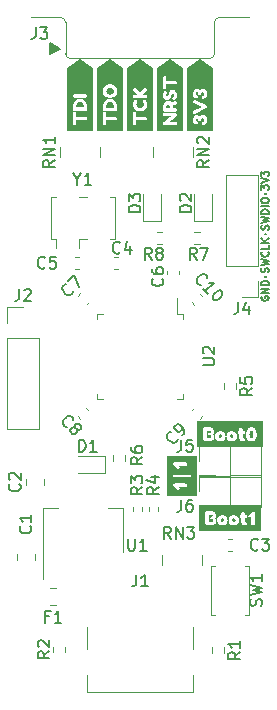
<source format=gto>
%TF.GenerationSoftware,KiCad,Pcbnew,(5.1.12)-1*%
%TF.CreationDate,2021-12-13T16:15:41+08:00*%
%TF.ProjectId,PCB_EK-Link_Lite,5043425f-454b-42d4-9c69-6e6b5f4c6974,rev?*%
%TF.SameCoordinates,Original*%
%TF.FileFunction,Legend,Top*%
%TF.FilePolarity,Positive*%
%FSLAX46Y46*%
G04 Gerber Fmt 4.6, Leading zero omitted, Abs format (unit mm)*
G04 Created by KiCad (PCBNEW (5.1.12)-1) date 2021-12-13 16:15:41*
%MOMM*%
%LPD*%
G01*
G04 APERTURE LIST*
%ADD10C,0.127000*%
%ADD11C,0.120000*%
%ADD12C,0.100000*%
%ADD13C,0.150000*%
G04 APERTURE END LIST*
D10*
X86487000Y-72928238D02*
X86456761Y-72988714D01*
X86456761Y-73079428D01*
X86487000Y-73170142D01*
X86547476Y-73230619D01*
X86607952Y-73260857D01*
X86728904Y-73291095D01*
X86819619Y-73291095D01*
X86940571Y-73260857D01*
X87001047Y-73230619D01*
X87061523Y-73170142D01*
X87091761Y-73079428D01*
X87091761Y-73018952D01*
X87061523Y-72928238D01*
X87031285Y-72898000D01*
X86819619Y-72898000D01*
X86819619Y-73018952D01*
X87091761Y-72625857D02*
X86456761Y-72625857D01*
X87091761Y-72263000D01*
X86456761Y-72263000D01*
X87091761Y-71960619D02*
X86456761Y-71960619D01*
X86456761Y-71809428D01*
X86487000Y-71718714D01*
X86547476Y-71658238D01*
X86607952Y-71628000D01*
X86728904Y-71597761D01*
X86819619Y-71597761D01*
X86940571Y-71628000D01*
X87001047Y-71658238D01*
X87061523Y-71718714D01*
X87091761Y-71809428D01*
X87091761Y-71960619D01*
X86819619Y-71234904D02*
X86849857Y-71265142D01*
X86880095Y-71234904D01*
X86849857Y-71204666D01*
X86819619Y-71234904D01*
X86880095Y-71234904D01*
X87061523Y-70872047D02*
X87091761Y-70781333D01*
X87091761Y-70630142D01*
X87061523Y-70569666D01*
X87031285Y-70539428D01*
X86970809Y-70509190D01*
X86910333Y-70509190D01*
X86849857Y-70539428D01*
X86819619Y-70569666D01*
X86789380Y-70630142D01*
X86759142Y-70751095D01*
X86728904Y-70811571D01*
X86698666Y-70841809D01*
X86638190Y-70872047D01*
X86577714Y-70872047D01*
X86517238Y-70841809D01*
X86487000Y-70811571D01*
X86456761Y-70751095D01*
X86456761Y-70599904D01*
X86487000Y-70509190D01*
X86456761Y-70297523D02*
X87091761Y-70146333D01*
X86638190Y-70025380D01*
X87091761Y-69904428D01*
X86456761Y-69753238D01*
X87031285Y-69148476D02*
X87061523Y-69178714D01*
X87091761Y-69269428D01*
X87091761Y-69329904D01*
X87061523Y-69420619D01*
X87001047Y-69481095D01*
X86940571Y-69511333D01*
X86819619Y-69541571D01*
X86728904Y-69541571D01*
X86607952Y-69511333D01*
X86547476Y-69481095D01*
X86487000Y-69420619D01*
X86456761Y-69329904D01*
X86456761Y-69269428D01*
X86487000Y-69178714D01*
X86517238Y-69148476D01*
X87091761Y-68573952D02*
X87091761Y-68876333D01*
X86456761Y-68876333D01*
X87091761Y-68362285D02*
X86456761Y-68362285D01*
X87091761Y-67999428D02*
X86728904Y-68271571D01*
X86456761Y-67999428D02*
X86819619Y-68362285D01*
X86819619Y-67636571D02*
X86849857Y-67666809D01*
X86880095Y-67636571D01*
X86849857Y-67606333D01*
X86819619Y-67636571D01*
X86880095Y-67636571D01*
X87061523Y-67273714D02*
X87091761Y-67182999D01*
X87091761Y-67031809D01*
X87061523Y-66971333D01*
X87031285Y-66941095D01*
X86970809Y-66910857D01*
X86910333Y-66910857D01*
X86849857Y-66941095D01*
X86819619Y-66971333D01*
X86789380Y-67031809D01*
X86759142Y-67152761D01*
X86728904Y-67213238D01*
X86698666Y-67243476D01*
X86638190Y-67273714D01*
X86577714Y-67273714D01*
X86517238Y-67243476D01*
X86487000Y-67213238D01*
X86456761Y-67152761D01*
X86456761Y-67001571D01*
X86487000Y-66910857D01*
X86456761Y-66699190D02*
X87091761Y-66547999D01*
X86638190Y-66427047D01*
X87091761Y-66306095D01*
X86456761Y-66154904D01*
X87091761Y-65913000D02*
X86456761Y-65913000D01*
X86456761Y-65761809D01*
X86487000Y-65671095D01*
X86547476Y-65610619D01*
X86607952Y-65580380D01*
X86728904Y-65550142D01*
X86819619Y-65550142D01*
X86940571Y-65580380D01*
X87001047Y-65610619D01*
X87061523Y-65671095D01*
X87091761Y-65761809D01*
X87091761Y-65913000D01*
X87091761Y-65278000D02*
X86456761Y-65278000D01*
X86456761Y-64854666D02*
X86456761Y-64733714D01*
X86487000Y-64673238D01*
X86547476Y-64612761D01*
X86668428Y-64582523D01*
X86880095Y-64582523D01*
X87001047Y-64612761D01*
X87061523Y-64673238D01*
X87091761Y-64733714D01*
X87091761Y-64854666D01*
X87061523Y-64915142D01*
X87001047Y-64975619D01*
X86880095Y-65005857D01*
X86668428Y-65005857D01*
X86547476Y-64975619D01*
X86487000Y-64915142D01*
X86456761Y-64854666D01*
X86819619Y-64219666D02*
X86849857Y-64249904D01*
X86880095Y-64219666D01*
X86849857Y-64189428D01*
X86819619Y-64219666D01*
X86880095Y-64219666D01*
X86456761Y-63887047D02*
X86456761Y-63493952D01*
X86698666Y-63705619D01*
X86698666Y-63614904D01*
X86728904Y-63554428D01*
X86759142Y-63524190D01*
X86819619Y-63493952D01*
X86970809Y-63493952D01*
X87031285Y-63524190D01*
X87061523Y-63554428D01*
X87091761Y-63614904D01*
X87091761Y-63796333D01*
X87061523Y-63856809D01*
X87031285Y-63887047D01*
X86456761Y-63312523D02*
X87091761Y-63100857D01*
X86456761Y-62889190D01*
X86456761Y-62738000D02*
X86456761Y-62344904D01*
X86698666Y-62556571D01*
X86698666Y-62465857D01*
X86728904Y-62405380D01*
X86759142Y-62375142D01*
X86819619Y-62344904D01*
X86970809Y-62344904D01*
X87031285Y-62375142D01*
X87061523Y-62405380D01*
X87091761Y-62465857D01*
X87091761Y-62647285D01*
X87061523Y-62707761D01*
X87031285Y-62738000D01*
D11*
%TO.C,F1*%
X68575422Y-97588000D02*
X69092578Y-97588000D01*
X68575422Y-99008000D02*
X69092578Y-99008000D01*
D12*
%TO.C,svg2mod*%
G36*
X70819962Y-56764590D02*
G01*
X70819962Y-56916990D01*
X71420038Y-56916990D01*
X71420038Y-56763003D01*
X71398805Y-56654259D01*
X71335106Y-56556628D01*
X71239261Y-56487572D01*
X71121588Y-56464553D01*
X71003517Y-56486976D01*
X70906481Y-56554247D01*
X70841592Y-56651679D01*
X70819962Y-56764590D01*
G37*
G36*
X70024757Y-58398128D02*
G01*
X70537387Y-58282240D01*
X70537387Y-57399590D01*
X70549294Y-57324978D01*
X70586600Y-57293228D01*
X70580250Y-57180515D01*
X70548103Y-57138447D01*
X70537387Y-57056690D01*
X70538975Y-56763003D01*
X70549343Y-56651382D01*
X70580448Y-56546706D01*
X70632290Y-56448975D01*
X70678675Y-56080378D01*
X70623906Y-56077997D01*
X70581837Y-56062915D01*
X70549691Y-56020847D01*
X70538975Y-55939090D01*
X70553659Y-55850587D01*
X70597712Y-55807328D01*
X70680262Y-55799390D01*
X71562913Y-55799390D01*
X71618475Y-55801772D01*
X71659750Y-55816853D01*
X71691897Y-55858922D01*
X71702613Y-55940678D01*
X71687531Y-56028784D01*
X71642288Y-56070853D01*
X71561325Y-56080378D01*
X70678675Y-56080378D01*
X70632290Y-56448975D01*
X70704869Y-56358190D01*
X70792578Y-56281792D01*
X70889812Y-56227222D01*
X70996572Y-56194479D01*
X71112856Y-56183565D01*
X71229587Y-56194231D01*
X71337686Y-56226229D01*
X71437153Y-56279559D01*
X71527988Y-56354222D01*
X71603691Y-56444064D01*
X71657766Y-56542936D01*
X71690210Y-56650836D01*
X71701025Y-56767765D01*
X71701025Y-57058278D01*
X71691103Y-57136859D01*
X71661338Y-57178928D01*
X71559738Y-57197978D01*
X70677087Y-57197978D01*
X70621525Y-57195597D01*
X70580250Y-57180515D01*
X70586600Y-57293228D01*
X70653275Y-57285290D01*
X70719156Y-57293228D01*
X70753287Y-57320215D01*
X70767575Y-57401178D01*
X70767575Y-57704390D01*
X71566088Y-57704390D01*
X71620062Y-57706772D01*
X71660544Y-57721059D01*
X71693088Y-57763128D01*
X71702613Y-57842503D01*
X71693088Y-57921084D01*
X71660544Y-57962359D01*
X71619269Y-57976647D01*
X71564500Y-57979028D01*
X70767575Y-57979028D01*
X70767575Y-58283828D01*
X70755669Y-58358440D01*
X70718362Y-58390190D01*
X70651687Y-58398128D01*
X70585806Y-58390190D01*
X70551675Y-58363203D01*
X70537387Y-58282240D01*
X70024757Y-58398128D01*
X70024757Y-58910758D01*
X72215243Y-58910758D01*
X72215243Y-58398128D01*
X72215243Y-54092034D01*
X72215243Y-53579404D01*
X71120000Y-52849242D01*
X70024757Y-53579404D01*
X70024757Y-54092034D01*
X70024757Y-58398128D01*
G37*
G36*
X73356787Y-56769882D02*
G01*
X73356787Y-56922282D01*
X73956863Y-56922282D01*
X73956863Y-56768294D01*
X73935630Y-56659551D01*
X73871931Y-56561919D01*
X73776086Y-56492863D01*
X73658412Y-56469844D01*
X73540342Y-56492268D01*
X73443306Y-56559538D01*
X73378417Y-56656971D01*
X73356787Y-56769882D01*
G37*
G36*
X73660000Y-55828494D02*
G01*
X73748283Y-55818352D01*
X73824747Y-55787925D01*
X73889394Y-55737213D01*
X73955473Y-55640574D01*
X73977500Y-55533219D01*
X73956069Y-55426063D01*
X73891775Y-55330019D01*
X73828099Y-55279749D01*
X73751369Y-55249586D01*
X73661588Y-55239532D01*
X73571629Y-55249674D01*
X73494371Y-55280101D01*
X73429812Y-55330813D01*
X73364328Y-55427452D01*
X73342500Y-55534807D01*
X73364527Y-55641963D01*
X73430606Y-55738007D01*
X73495253Y-55788278D01*
X73571717Y-55818440D01*
X73660000Y-55828494D01*
G37*
G36*
X72548882Y-58403419D02*
G01*
X73074212Y-58287532D01*
X73074212Y-57404882D01*
X73086119Y-57330269D01*
X73123425Y-57298519D01*
X73117075Y-57185807D01*
X73084928Y-57143738D01*
X73074212Y-57061982D01*
X73075800Y-56768294D01*
X73086168Y-56656673D01*
X73117273Y-56551998D01*
X73169115Y-56454267D01*
X73241694Y-56363482D01*
X73329403Y-56287084D01*
X73228200Y-55934857D01*
X73158747Y-55849529D01*
X73105962Y-55752294D01*
X73072625Y-55647519D01*
X73061512Y-55539569D01*
X73072129Y-55425964D01*
X73103978Y-55320098D01*
X73157060Y-55221970D01*
X73231375Y-55131582D01*
X73321416Y-55055878D01*
X73421677Y-55001804D01*
X73532157Y-54969359D01*
X73652856Y-54958544D01*
X73774002Y-54968863D01*
X73885822Y-54999819D01*
X73988315Y-55051413D01*
X74081481Y-55123644D01*
X74158921Y-55210957D01*
X74214236Y-55307794D01*
X74247425Y-55414157D01*
X74258488Y-55530044D01*
X74247573Y-55646180D01*
X74214831Y-55753287D01*
X74160261Y-55851364D01*
X74083863Y-55940413D01*
X73992383Y-56014381D01*
X73892569Y-56067215D01*
X73784420Y-56098915D01*
X73667938Y-56109482D01*
X73540342Y-56097576D01*
X73421081Y-56061857D01*
X73315314Y-56006294D01*
X73228200Y-55934857D01*
X73329403Y-56287084D01*
X73426637Y-56232513D01*
X73533397Y-56199771D01*
X73649681Y-56188857D01*
X73766412Y-56199523D01*
X73874511Y-56231521D01*
X73973978Y-56284851D01*
X74064813Y-56359513D01*
X74140516Y-56449356D01*
X74194591Y-56548227D01*
X74227035Y-56656128D01*
X74237850Y-56773057D01*
X74237850Y-57063569D01*
X74227928Y-57142151D01*
X74198163Y-57184219D01*
X74096563Y-57203269D01*
X73213912Y-57203269D01*
X73158350Y-57200888D01*
X73117075Y-57185807D01*
X73123425Y-57298519D01*
X73190100Y-57290582D01*
X73255981Y-57298519D01*
X73290112Y-57325507D01*
X73304400Y-57406469D01*
X73304400Y-57709682D01*
X74102913Y-57709682D01*
X74156888Y-57712063D01*
X74197369Y-57726351D01*
X74229913Y-57768419D01*
X74239438Y-57847794D01*
X74229913Y-57926376D01*
X74197369Y-57967651D01*
X74156094Y-57981938D01*
X74101325Y-57984319D01*
X73304400Y-57984319D01*
X73304400Y-58289119D01*
X73292494Y-58363732D01*
X73255187Y-58395482D01*
X73188512Y-58403419D01*
X73122631Y-58395482D01*
X73088500Y-58368494D01*
X73074212Y-58287532D01*
X72548882Y-58403419D01*
X72548882Y-58916050D01*
X74771118Y-58916050D01*
X74771118Y-58403419D01*
X74771118Y-54097326D01*
X74771118Y-53584695D01*
X73660000Y-52843950D01*
X72548882Y-53584695D01*
X72548882Y-54097326D01*
X72548882Y-58403419D01*
G37*
G36*
X75088089Y-58403684D02*
G01*
X75618181Y-58287797D01*
X75618181Y-57405147D01*
X75630087Y-57330534D01*
X75667394Y-57298784D01*
X75734069Y-57290847D01*
X75799950Y-57298784D01*
X75834081Y-57325772D01*
X75848369Y-57406734D01*
X75848369Y-57709947D01*
X76646881Y-57709947D01*
X76700856Y-57712328D01*
X76741338Y-57726615D01*
X76773881Y-57768684D01*
X76783406Y-57848059D01*
X76773881Y-57926640D01*
X76741338Y-57967915D01*
X76700062Y-57982203D01*
X76645294Y-57984584D01*
X75848369Y-57984584D01*
X75848369Y-58289384D01*
X75836462Y-58363997D01*
X75799156Y-58395747D01*
X75732481Y-58403684D01*
X75666600Y-58395747D01*
X75632469Y-58368759D01*
X75618181Y-58287797D01*
X75088089Y-58403684D01*
X75088089Y-58916314D01*
X77311911Y-58916314D01*
X76660772Y-57008867D01*
X76598463Y-57078122D01*
X76521469Y-57137454D01*
X76425425Y-57185278D01*
X76315292Y-57216829D01*
X76196031Y-57227347D01*
X76077961Y-57217028D01*
X75971400Y-57186072D01*
X75879325Y-57139042D01*
X75804712Y-57080503D01*
X75744189Y-57011645D01*
X75694381Y-56933659D01*
X75646756Y-56829766D01*
X75618181Y-56725520D01*
X75608656Y-56620922D01*
X75614411Y-56545714D01*
X75631675Y-56469315D01*
X75678506Y-56352634D01*
X75700731Y-56314534D01*
X75729306Y-56270084D01*
X75804712Y-56228809D01*
X75892819Y-56262147D01*
X75957112Y-56320884D01*
X75978544Y-56373272D01*
X75943619Y-56454234D01*
X75903137Y-56532022D01*
X75889644Y-56632034D01*
X75907503Y-56734428D01*
X75961081Y-56835234D01*
X76059506Y-56914609D01*
X76127173Y-56938422D01*
X76203175Y-56946359D01*
X76279177Y-56938422D01*
X76346844Y-56914609D01*
X76446856Y-56833647D01*
X76499244Y-56734825D01*
X76516706Y-56632034D01*
X76504006Y-56539165D01*
X76478606Y-56476459D01*
X76457969Y-56447884D01*
X76426219Y-56371684D01*
X76448444Y-56320487D01*
X76642119Y-56125622D01*
X75759469Y-56125622D01*
X75704700Y-56123240D01*
X75662631Y-56108159D01*
X75630484Y-56066090D01*
X75619769Y-55984334D01*
X75634453Y-55895831D01*
X75678506Y-55852572D01*
X75761056Y-55844634D01*
X76064269Y-55844634D01*
X75970606Y-55761576D01*
X75883929Y-55685122D01*
X75804236Y-55615272D01*
X75731529Y-55552026D01*
X75665806Y-55495384D01*
X75600719Y-55398547D01*
X75655487Y-55293772D01*
X75750737Y-55230272D01*
X75846781Y-55277897D01*
X75904923Y-55330284D01*
X75972987Y-55395372D01*
X76050973Y-55473159D01*
X76138881Y-55563647D01*
X76199206Y-55627147D01*
X76308645Y-55514533D01*
X76403597Y-55419581D01*
X76484063Y-55342289D01*
X76550044Y-55282659D01*
X76649263Y-55230272D01*
X76744513Y-55293772D01*
X76799281Y-55397753D01*
X76732606Y-55495384D01*
X76334144Y-55844634D01*
X76643706Y-55844634D01*
X76699269Y-55847015D01*
X76740544Y-55862097D01*
X76772691Y-55904165D01*
X76783406Y-55985922D01*
X76768325Y-56074028D01*
X76723081Y-56116097D01*
X76642119Y-56125622D01*
X76448444Y-56320487D01*
X76515119Y-56265322D01*
X76604019Y-56230397D01*
X76659581Y-56251828D01*
X76699269Y-56301834D01*
X76732606Y-56356603D01*
X76773881Y-56463759D01*
X76792931Y-56543332D01*
X76799281Y-56620128D01*
X76794320Y-56695931D01*
X76779438Y-56772528D01*
X76752847Y-56850712D01*
X76712763Y-56931278D01*
X76660772Y-57008867D01*
X77311911Y-58916314D01*
X77311911Y-58403684D01*
X77311911Y-54097590D01*
X77311911Y-53584960D01*
X76200000Y-52843686D01*
X75088089Y-53584960D01*
X75088089Y-54097590D01*
X75088089Y-58403684D01*
G37*
G36*
X80166501Y-58404213D02*
G01*
X80701356Y-58114494D01*
X80684687Y-58043255D01*
X80679131Y-57964476D01*
X80691478Y-57843473D01*
X80728520Y-57740815D01*
X80790256Y-57656501D01*
X80867426Y-57593883D01*
X80950770Y-57556312D01*
X81040287Y-57543788D01*
X81124337Y-57557547D01*
X81191276Y-57598822D01*
X81241106Y-57667613D01*
X81252219Y-57667613D01*
X81286350Y-57620782D01*
X81337944Y-57570776D01*
X81409381Y-57531485D01*
X81780856Y-56992926D01*
X80891856Y-57431076D01*
X80815656Y-57454888D01*
X80762475Y-57431473D01*
X80714056Y-57361226D01*
X80687069Y-57281057D01*
X80693419Y-57238988D01*
X80715644Y-57212001D01*
X80757712Y-57185807D01*
X80802162Y-57164574D01*
X80889475Y-57124688D01*
X81001592Y-57073690D01*
X81120456Y-57019119D01*
X81239320Y-56964351D01*
X81351438Y-56912757D01*
X81436170Y-56873665D01*
X81472881Y-56856401D01*
X80777556Y-56538901D01*
X80729931Y-56516676D01*
X80687069Y-56446826D01*
X80714056Y-56353163D01*
X80762475Y-56282916D01*
X80815656Y-56259501D01*
X80891856Y-56283313D01*
X80971231Y-56148376D01*
X80863281Y-56111863D01*
X80813275Y-56076938D01*
X80750569Y-56011057D01*
X80701356Y-55906282D01*
X80684687Y-55835043D01*
X80679131Y-55756263D01*
X80691478Y-55635260D01*
X80728520Y-55532602D01*
X80790256Y-55448288D01*
X80867426Y-55385670D01*
X80950770Y-55348099D01*
X81040287Y-55335576D01*
X81124337Y-55349334D01*
X81191276Y-55390609D01*
X81241106Y-55459401D01*
X81252219Y-55459401D01*
X81286350Y-55412569D01*
X81337944Y-55362563D01*
X81409381Y-55323273D01*
X81490344Y-55310176D01*
X81596971Y-55324287D01*
X81690369Y-55366620D01*
X81770538Y-55437176D01*
X81831833Y-55529074D01*
X81868610Y-55635437D01*
X81880869Y-55756263D01*
X81868522Y-55876208D01*
X81831480Y-55982041D01*
X81769744Y-56073763D01*
X81720134Y-56118610D01*
X81657031Y-56157901D01*
X81615756Y-56175363D01*
X81599881Y-56178538D01*
X81514156Y-56196001D01*
X81445100Y-56157107D01*
X81422081Y-56040426D01*
X81437956Y-55956288D01*
X81520506Y-55908663D01*
X81596706Y-55821351D01*
X81606231Y-55754676D01*
X81597698Y-55681651D01*
X81572100Y-55630851D01*
X81495106Y-55591163D01*
X81419700Y-55630057D01*
X81387156Y-55722132D01*
X81383981Y-55794363D01*
X81368106Y-55835638D01*
X81327228Y-55867785D01*
X81245869Y-55878501D01*
X81157366Y-55863816D01*
X81114106Y-55819763D01*
X81106169Y-55737213D01*
X81090691Y-55646726D01*
X81044256Y-55616563D01*
X80980756Y-55648313D01*
X80950594Y-55736419D01*
X80969644Y-55826113D01*
X81007744Y-55867388D01*
X81026794Y-55876913D01*
X81086325Y-55921363D01*
X81106169Y-55981688D01*
X81077594Y-56069001D01*
X81027984Y-56128532D01*
X80971231Y-56148376D01*
X80891856Y-56283313D01*
X81780856Y-56721463D01*
X81837213Y-56774644D01*
X81858644Y-56848463D01*
X81858644Y-56864338D01*
X81837213Y-56939744D01*
X81780856Y-56992926D01*
X81409381Y-57531485D01*
X81490344Y-57518388D01*
X81596971Y-57532499D01*
X81690369Y-57574833D01*
X81770538Y-57645388D01*
X81831833Y-57737287D01*
X81868610Y-57843649D01*
X81880869Y-57964476D01*
X81868522Y-58084420D01*
X81831480Y-58190253D01*
X81769744Y-58281976D01*
X81720134Y-58326823D01*
X81657031Y-58366113D01*
X81615756Y-58383576D01*
X81599881Y-58386751D01*
X81514156Y-58404213D01*
X81445100Y-58365319D01*
X81422081Y-58248638D01*
X81437956Y-58164501D01*
X81520506Y-58116876D01*
X81596706Y-58029563D01*
X81606231Y-57962888D01*
X81597698Y-57889863D01*
X81572100Y-57839063D01*
X81495106Y-57799376D01*
X81419700Y-57838269D01*
X81387156Y-57930344D01*
X81383981Y-58002576D01*
X81368106Y-58043851D01*
X81327228Y-58075998D01*
X81245869Y-58086713D01*
X81157366Y-58072029D01*
X81114106Y-58027976D01*
X81106169Y-57945426D01*
X81090691Y-57854938D01*
X81044256Y-57824776D01*
X80980756Y-57856526D01*
X80950594Y-57944632D01*
X80969644Y-58034326D01*
X81007744Y-58075601D01*
X81026794Y-58085126D01*
X81086325Y-58129576D01*
X81106169Y-58189901D01*
X81077594Y-58277213D01*
X81027984Y-58336744D01*
X80971231Y-58356588D01*
X80863281Y-58320076D01*
X80813275Y-58285151D01*
X80750569Y-58219269D01*
X80701356Y-58114494D01*
X80166501Y-58404213D01*
X80166501Y-58916843D01*
X82393499Y-58916843D01*
X82393499Y-58404213D01*
X82393499Y-54098119D01*
X82393499Y-53585489D01*
X81280000Y-52843157D01*
X80166501Y-53585489D01*
X80166501Y-54098119D01*
X80166501Y-58404213D01*
G37*
G36*
X78721744Y-56979697D02*
G01*
X78721744Y-56776497D01*
X78686819Y-56684422D01*
X78582044Y-56638384D01*
X78476475Y-56684422D01*
X78440756Y-56779672D01*
X78440756Y-56979697D01*
X78721744Y-56979697D01*
G37*
G36*
X77628089Y-58403684D02*
G01*
X78161356Y-57531353D01*
X78169294Y-57458328D01*
X78188344Y-57417053D01*
X78221681Y-57397209D01*
X78302644Y-57387684D01*
X79180531Y-57260684D01*
X78299469Y-57260684D01*
X78244700Y-57258303D01*
X78202631Y-57243222D01*
X78170484Y-57201153D01*
X78159769Y-57119397D01*
X78159769Y-56776497D01*
X78171058Y-56684245D01*
X78204924Y-56593758D01*
X78261369Y-56505034D01*
X78319312Y-56447090D01*
X78394719Y-56400259D01*
X78483619Y-56369303D01*
X78582044Y-56358984D01*
X78694580Y-56372213D01*
X78793005Y-56411901D01*
X78877319Y-56478047D01*
X78942406Y-56450530D01*
X79025485Y-56414547D01*
X79126556Y-56370097D01*
X79159894Y-56241509D01*
X79068613Y-56282784D01*
X79021583Y-56265718D01*
X78961456Y-56214522D01*
X78923356Y-56130384D01*
X78943200Y-56077203D01*
X79002731Y-56006559D01*
X79054325Y-55943059D01*
X79078931Y-55866859D01*
X79065526Y-55784838D01*
X79025309Y-55735626D01*
X78958281Y-55719222D01*
X78897163Y-55759703D01*
X78861444Y-55860509D01*
X78846958Y-55923215D01*
X78825725Y-55990684D01*
X78798936Y-56058153D01*
X78767781Y-56120859D01*
X78724720Y-56176223D01*
X78662212Y-56221665D01*
X78582639Y-56252026D01*
X78488381Y-56262147D01*
X78399217Y-56250593D01*
X78317990Y-56215933D01*
X78244700Y-56158165D01*
X78186933Y-56080466D01*
X78152272Y-55986010D01*
X78140719Y-55874797D01*
X78146870Y-55783714D01*
X78165325Y-55700965D01*
X78215331Y-55592222D01*
X78245494Y-55552534D01*
X78206600Y-55365209D01*
X78172469Y-55338222D01*
X78158181Y-55257259D01*
X78158181Y-54374609D01*
X78170087Y-54299997D01*
X78207394Y-54268247D01*
X78274069Y-54260309D01*
X78339950Y-54268247D01*
X78374081Y-54295234D01*
X78388369Y-54376197D01*
X78388369Y-54679409D01*
X79186881Y-54679409D01*
X79240856Y-54681790D01*
X79281338Y-54696078D01*
X79313881Y-54738147D01*
X79323406Y-54817522D01*
X79313881Y-54896103D01*
X79281338Y-54937378D01*
X79240062Y-54951665D01*
X79185294Y-54954047D01*
X78388369Y-54954047D01*
X78388369Y-55258847D01*
X78376462Y-55333459D01*
X78339156Y-55365209D01*
X78272481Y-55373147D01*
X78206600Y-55365209D01*
X78245494Y-55552534D01*
X78323281Y-55503322D01*
X78410594Y-55541422D01*
X78470125Y-55596190D01*
X78489969Y-55652547D01*
X78458219Y-55735097D01*
X78442344Y-55753353D01*
X78421706Y-55777959D01*
X78401069Y-55862890D01*
X78425675Y-55948615D01*
X78493937Y-55982747D01*
X78564581Y-55942265D01*
X78601094Y-55841459D01*
X78613198Y-55778356D01*
X78630462Y-55709697D01*
X78652489Y-55641037D01*
X78678881Y-55577934D01*
X78717973Y-55522570D01*
X78778100Y-55477128D01*
X78856880Y-55446767D01*
X78951931Y-55436647D01*
X79048967Y-55446965D01*
X79133700Y-55477922D01*
X79203352Y-55525547D01*
X79255144Y-55585872D01*
X79301887Y-55673537D01*
X79329933Y-55765083D01*
X79339281Y-55860509D01*
X79334717Y-55933137D01*
X79321025Y-56001797D01*
X79275781Y-56109747D01*
X79225775Y-56181184D01*
X79177356Y-56227222D01*
X79159894Y-56241509D01*
X79126556Y-56370097D01*
X79209106Y-56346284D01*
X79264669Y-56370890D01*
X79310706Y-56444709D01*
X79332931Y-56526465D01*
X79317850Y-56577265D01*
X79286894Y-56606634D01*
X79241562Y-56627448D01*
X79145783Y-56668723D01*
X78999556Y-56730459D01*
X79002731Y-56779672D01*
X79002731Y-56979697D01*
X79182119Y-56979697D01*
X79236888Y-56982078D01*
X79278956Y-56997159D01*
X79311103Y-57039228D01*
X79321819Y-57120984D01*
X79307134Y-57209090D01*
X79263081Y-57251159D01*
X79180531Y-57260684D01*
X78302644Y-57387684D01*
X79183706Y-57387684D01*
X79239269Y-57390065D01*
X79280544Y-57405147D01*
X79312691Y-57447215D01*
X79323406Y-57528972D01*
X79313881Y-57614697D01*
X79283719Y-57654384D01*
X79134141Y-57766656D01*
X79002908Y-57865345D01*
X78890019Y-57950453D01*
X78795474Y-58021978D01*
X78719274Y-58079922D01*
X78661419Y-58124284D01*
X79183706Y-58124284D01*
X79239269Y-58126665D01*
X79280544Y-58141747D01*
X79312691Y-58183815D01*
X79323406Y-58265572D01*
X79312691Y-58344947D01*
X79280544Y-58386222D01*
X79237681Y-58401303D01*
X79182119Y-58403684D01*
X78296294Y-58403684D01*
X78208187Y-58388603D01*
X78170881Y-58343359D01*
X78161356Y-58265572D01*
X78170087Y-58190165D01*
X78189931Y-58151272D01*
X78231206Y-58114759D01*
X78374478Y-58009278D01*
X78500552Y-57916145D01*
X78609428Y-57835359D01*
X78701106Y-57766920D01*
X78775586Y-57710828D01*
X78832869Y-57667084D01*
X78296294Y-57667084D01*
X78208187Y-57652003D01*
X78170881Y-57606759D01*
X78161356Y-57531353D01*
X77628089Y-58403684D01*
X77628089Y-58916314D01*
X79851911Y-58916314D01*
X79851911Y-58403684D01*
X79851911Y-54097590D01*
X79851911Y-53584960D01*
X78740000Y-52843686D01*
X77628089Y-53584960D01*
X77628089Y-54097590D01*
X77628089Y-58403684D01*
G37*
D11*
%TO.C,Y1*%
X71004000Y-68094000D02*
X71004000Y-68794000D01*
X71744000Y-68094000D02*
X71004000Y-68094000D01*
X68674000Y-64494000D02*
X69064000Y-64494000D01*
X68674000Y-68094000D02*
X68674000Y-64494000D01*
X69064000Y-68094000D02*
X68674000Y-68094000D01*
X69064000Y-68794000D02*
X69064000Y-68094000D01*
X71004000Y-64494000D02*
X71744000Y-64494000D01*
X74074000Y-68094000D02*
X73684000Y-68094000D01*
X74074000Y-64494000D02*
X74074000Y-68094000D01*
X73684000Y-64494000D02*
X74074000Y-64494000D01*
%TO.C,U2*%
X79360000Y-74368000D02*
X79360000Y-73078000D01*
X79810000Y-74368000D02*
X79360000Y-74368000D01*
X79810000Y-74818000D02*
X79810000Y-74368000D01*
X79810000Y-81588000D02*
X79360000Y-81588000D01*
X79810000Y-81138000D02*
X79810000Y-81588000D01*
X72590000Y-74368000D02*
X73040000Y-74368000D01*
X72590000Y-74818000D02*
X72590000Y-74368000D01*
X72590000Y-81588000D02*
X73040000Y-81588000D01*
X72590000Y-81138000D02*
X72590000Y-81588000D01*
%TO.C,U1*%
X67964000Y-96810000D02*
X67964000Y-90800000D01*
X74784000Y-94560000D02*
X74784000Y-90800000D01*
X67964000Y-90800000D02*
X69224000Y-90800000D01*
X74784000Y-90800000D02*
X73524000Y-90800000D01*
%TO.C,SW1*%
X85390000Y-99860000D02*
X85090000Y-99860000D01*
X82250000Y-95720000D02*
X82550000Y-95720000D01*
X85090000Y-95720000D02*
X85390000Y-95720000D01*
X82250000Y-99860000D02*
X82250000Y-95720000D01*
X82550000Y-99860000D02*
X82250000Y-99860000D01*
X85390000Y-95720000D02*
X85390000Y-99860000D01*
%TO.C,RN3*%
X78036000Y-94850000D02*
X78036000Y-95650000D01*
X81476000Y-94850000D02*
X81476000Y-95650000D01*
%TO.C,RN2*%
X80714000Y-61106000D02*
X80714000Y-60306000D01*
X77274000Y-61106000D02*
X77274000Y-60306000D01*
%TO.C,RN1*%
X69400000Y-60306000D02*
X69400000Y-61106000D01*
X72840000Y-60306000D02*
X72840000Y-61106000D01*
%TO.C,R8*%
X77613742Y-68467500D02*
X78088258Y-68467500D01*
X77613742Y-67422500D02*
X78088258Y-67422500D01*
%TO.C,R7*%
X80788742Y-68467500D02*
X81263258Y-68467500D01*
X80788742Y-67422500D02*
X81263258Y-67422500D01*
%TO.C,R6*%
X74944500Y-86851258D02*
X74944500Y-86376742D01*
X73899500Y-86851258D02*
X73899500Y-86376742D01*
%TO.C,R5*%
X83297500Y-80280742D02*
X83297500Y-80755258D01*
X84342500Y-80280742D02*
X84342500Y-80755258D01*
%TO.C,R4*%
X76963000Y-90778359D02*
X76963000Y-91085641D01*
X77723000Y-90778359D02*
X77723000Y-91085641D01*
%TO.C,R3*%
X75566000Y-90778359D02*
X75566000Y-91085641D01*
X76326000Y-90778359D02*
X76326000Y-91085641D01*
%TO.C,R2*%
X68819500Y-102569742D02*
X68819500Y-103044258D01*
X69864500Y-102569742D02*
X69864500Y-103044258D01*
%TO.C,R1*%
X82281500Y-102632742D02*
X82281500Y-103107258D01*
X83326500Y-102632742D02*
X83326500Y-103107258D01*
%TO.C,J6*%
X81220000Y-88078000D02*
X82550000Y-88078000D01*
X81220000Y-89408000D02*
X81220000Y-88078000D01*
X83820000Y-88078000D02*
X86420000Y-88078000D01*
X83820000Y-90678000D02*
X83820000Y-88078000D01*
X81220000Y-90678000D02*
X83820000Y-90678000D01*
X86420000Y-88078000D02*
X86420000Y-90738000D01*
X81220000Y-90678000D02*
X81220000Y-90738000D01*
X81220000Y-90738000D02*
X86420000Y-90738000D01*
%TO.C,J5*%
X81220000Y-85538000D02*
X82550000Y-85538000D01*
X81220000Y-86868000D02*
X81220000Y-85538000D01*
X83820000Y-85538000D02*
X86420000Y-85538000D01*
X83820000Y-88138000D02*
X83820000Y-85538000D01*
X81220000Y-88138000D02*
X83820000Y-88138000D01*
X86420000Y-85538000D02*
X86420000Y-88198000D01*
X81220000Y-88138000D02*
X81220000Y-88198000D01*
X81220000Y-88198000D02*
X86420000Y-88198000D01*
%TO.C,J4*%
X86166000Y-72958000D02*
X84836000Y-72958000D01*
X86166000Y-71628000D02*
X86166000Y-72958000D01*
X86166000Y-70358000D02*
X83506000Y-70358000D01*
X83506000Y-70358000D02*
X83506000Y-62678000D01*
X86166000Y-70358000D02*
X86166000Y-62678000D01*
X86166000Y-62678000D02*
X83506000Y-62678000D01*
%TO.C,J3*%
X82500000Y-52360000D02*
X82500000Y-49710000D01*
X70300000Y-52760000D02*
X82100000Y-52760000D01*
X69900000Y-52360000D02*
X69900000Y-49710000D01*
X69400000Y-49260000D02*
X67000000Y-49260000D01*
X83000000Y-49260000D02*
X85400000Y-49260000D01*
X69900000Y-49760000D02*
G75*
G03*
X69400000Y-49260000I-500000J0D01*
G01*
X69900000Y-52360000D02*
G75*
G03*
X70300000Y-52760000I400000J0D01*
G01*
X82100000Y-52760000D02*
G75*
G03*
X82500000Y-52360000I0J400000D01*
G01*
X83050000Y-49260000D02*
G75*
G03*
X82500000Y-49710000I-50000J-500000D01*
G01*
%TO.C,J2*%
X64964000Y-73854000D02*
X66294000Y-73854000D01*
X64964000Y-75184000D02*
X64964000Y-73854000D01*
X64964000Y-76454000D02*
X67624000Y-76454000D01*
X67624000Y-76454000D02*
X67624000Y-84134000D01*
X64964000Y-76454000D02*
X64964000Y-84134000D01*
X64964000Y-84134000D02*
X67624000Y-84134000D01*
%TO.C,J1*%
X71730000Y-100930000D02*
X71730000Y-102730000D01*
X71730000Y-106440000D02*
X71730000Y-104980000D01*
X80670000Y-106440000D02*
X80670000Y-104980000D01*
X80670000Y-100930000D02*
X80670000Y-102730000D01*
X80670000Y-106440000D02*
X71730000Y-106440000D01*
%TO.C,D3*%
X77951000Y-66509000D02*
X77951000Y-64224000D01*
X76481000Y-66509000D02*
X77951000Y-66509000D01*
X76481000Y-64224000D02*
X76481000Y-66509000D01*
%TO.C,D2*%
X82269000Y-66509000D02*
X82269000Y-64224000D01*
X80799000Y-66509000D02*
X82269000Y-66509000D01*
X80799000Y-64224000D02*
X80799000Y-66509000D01*
%TO.C,D1*%
X73240000Y-86387000D02*
X70955000Y-86387000D01*
X73240000Y-87857000D02*
X73240000Y-86387000D01*
X70955000Y-87857000D02*
X73240000Y-87857000D01*
%TO.C,C10*%
X80565970Y-73426219D02*
X80764781Y-73625030D01*
X81287219Y-72704970D02*
X81486030Y-72903781D01*
%TO.C,C9*%
X80764781Y-82343970D02*
X80565970Y-82542781D01*
X81486030Y-83065219D02*
X81287219Y-83264030D01*
%TO.C,C8*%
X71834030Y-82542781D02*
X71635219Y-82343970D01*
X71112781Y-83264030D02*
X70913970Y-83065219D01*
%TO.C,C7*%
X71675227Y-73572022D02*
X71874038Y-73373211D01*
X70953978Y-72850773D02*
X71152789Y-72651962D01*
%TO.C,C6*%
X79504000Y-71006580D02*
X79504000Y-70725420D01*
X78484000Y-71006580D02*
X78484000Y-70725420D01*
%TO.C,C5*%
X70725420Y-70614000D02*
X71006580Y-70614000D01*
X70725420Y-69594000D02*
X71006580Y-69594000D01*
%TO.C,C4*%
X74027420Y-70614000D02*
X74308580Y-70614000D01*
X74027420Y-69594000D02*
X74308580Y-69594000D01*
%TO.C,C3*%
X83679420Y-94490000D02*
X83960580Y-94490000D01*
X83679420Y-93470000D02*
X83960580Y-93470000D01*
%TO.C,C2*%
X68045000Y-88907252D02*
X68045000Y-88384748D01*
X66575000Y-88907252D02*
X66575000Y-88384748D01*
%TO.C,C1*%
X65813000Y-94734748D02*
X65813000Y-95257252D01*
X67283000Y-94734748D02*
X67283000Y-95257252D01*
D12*
%TO.C,svg2mod*%
G36*
X78445651Y-89314338D02*
G01*
X79061469Y-88992075D01*
X79020194Y-88902381D01*
X79028131Y-88826975D01*
X79046387Y-88785700D01*
X79080519Y-88763475D01*
X79164656Y-88755538D01*
X79094806Y-88226900D01*
X79009081Y-88215391D01*
X78967806Y-88180863D01*
X78958281Y-88118156D01*
X78967806Y-88055450D01*
X79001144Y-88022112D01*
X79096394Y-88009412D01*
X79061469Y-87198200D01*
X79020194Y-87108506D01*
X79028131Y-87033100D01*
X79046387Y-86991825D01*
X79080519Y-86969600D01*
X79164656Y-86961662D01*
X80048894Y-86961662D01*
X80103663Y-86964044D01*
X80145731Y-86979125D01*
X80177878Y-87021194D01*
X80188594Y-87102950D01*
X80178275Y-87182722D01*
X80147319Y-87225187D01*
X80103663Y-87240269D01*
X80045719Y-87242650D01*
X79478981Y-87242650D01*
X79498031Y-87263287D01*
X79547244Y-87374412D01*
X79491681Y-87470456D01*
X79393256Y-87520462D01*
X79299594Y-87463312D01*
X79064644Y-87202962D01*
X79061469Y-87198200D01*
X79096394Y-88009412D01*
X80417194Y-88009412D01*
X80502919Y-88020922D01*
X80544194Y-88055450D01*
X80553719Y-88118156D01*
X80544194Y-88180863D01*
X80510856Y-88214200D01*
X80414019Y-88226900D01*
X79094806Y-88226900D01*
X79164656Y-88755538D01*
X80048894Y-88755538D01*
X80103663Y-88757919D01*
X80145731Y-88773000D01*
X80177878Y-88815069D01*
X80188594Y-88896825D01*
X80178275Y-88976597D01*
X80147319Y-89019063D01*
X80103663Y-89034144D01*
X80045719Y-89036525D01*
X79478981Y-89036525D01*
X79498031Y-89057163D01*
X79547244Y-89168288D01*
X79491681Y-89264331D01*
X79393256Y-89314338D01*
X79299594Y-89257188D01*
X79064644Y-88996838D01*
X79061469Y-88992075D01*
X78445651Y-89314338D01*
X78445651Y-89826968D01*
X81066349Y-89826968D01*
X81066349Y-89314338D01*
X81066349Y-86961662D01*
X81066349Y-86449032D01*
X78445651Y-86449032D01*
X78445651Y-86961662D01*
X78445651Y-89314338D01*
G37*
G36*
X81738787Y-90591614D02*
G01*
X81880075Y-91104244D01*
X82280125Y-91104244D01*
X82372200Y-91115533D01*
X82453692Y-91149399D01*
X82524600Y-91205844D01*
X82581926Y-91279222D01*
X82616322Y-91361772D01*
X82627787Y-91453494D01*
X82612706Y-91553903D01*
X82567462Y-91645581D01*
X82619497Y-91722663D01*
X82650718Y-91805742D01*
X82661125Y-91894819D01*
X82647631Y-91994919D01*
X82611383Y-92083555D01*
X82552381Y-92160725D01*
X82476975Y-92220256D01*
X82391515Y-92255975D01*
X82296000Y-92267881D01*
X81878487Y-92267881D01*
X81790381Y-92252800D01*
X81748312Y-92207556D01*
X81738787Y-92125006D01*
X81738787Y-91243944D01*
X81741169Y-91188381D01*
X81756250Y-91147106D01*
X81798319Y-91114959D01*
X81880075Y-91104244D01*
X81738787Y-90591614D01*
X81226157Y-90591614D01*
X81226157Y-92796386D01*
X82883177Y-92168266D01*
X82807969Y-92079763D01*
X82757367Y-91972408D01*
X82740500Y-91851956D01*
X82755317Y-91732365D01*
X82799767Y-91627590D01*
X82873850Y-91537631D01*
X82966983Y-91468840D01*
X83068583Y-91427565D01*
X83178650Y-91413806D01*
X83288540Y-91427476D01*
X83389611Y-91468487D01*
X83481862Y-91536837D01*
X83555064Y-91626355D01*
X83598985Y-91730865D01*
X83613625Y-91850369D01*
X83596559Y-91974789D01*
X83545362Y-92084525D01*
X83469758Y-92173425D01*
X83379469Y-92235338D01*
X83280052Y-92271652D01*
X83177062Y-92283756D01*
X83073875Y-92270858D01*
X82973862Y-92232163D01*
X82883177Y-92168266D01*
X81226157Y-92796386D01*
X81738787Y-92796386D01*
X83835677Y-92168266D01*
X83760469Y-92079763D01*
X83709867Y-91972408D01*
X83693000Y-91851956D01*
X83707817Y-91732365D01*
X83752267Y-91627590D01*
X83826350Y-91537631D01*
X83919483Y-91468840D01*
X84021083Y-91427565D01*
X84131150Y-91413806D01*
X84241040Y-91427476D01*
X84342111Y-91468487D01*
X84434363Y-91536837D01*
X84507564Y-91626355D01*
X84551485Y-91730865D01*
X84566125Y-91850369D01*
X84549059Y-91974789D01*
X84497863Y-92084525D01*
X84422258Y-92173425D01*
X84331969Y-92235338D01*
X84232552Y-92271652D01*
X84129563Y-92283756D01*
X84026375Y-92270858D01*
X83926363Y-92232163D01*
X83835677Y-92168266D01*
X81738787Y-92796386D01*
X85901213Y-92796386D01*
X85155088Y-91713844D01*
X85051900Y-91707494D01*
X85051900Y-91926569D01*
X85065394Y-91988481D01*
X85116194Y-92007531D01*
X85173344Y-92009913D01*
X85215413Y-92024994D01*
X85251925Y-92131356D01*
X85240813Y-92211922D01*
X85207475Y-92253594D01*
X85165406Y-92267088D01*
X85112225Y-92269469D01*
X85010978Y-92261178D01*
X84927369Y-92236308D01*
X84861400Y-92194856D01*
X84813775Y-92133649D01*
X84785200Y-92049512D01*
X84775675Y-91942444D01*
X84775675Y-91707494D01*
X84710588Y-91712256D01*
X84652644Y-91685269D01*
X84629625Y-91593194D01*
X84637563Y-91498737D01*
X84659788Y-91456669D01*
X84723288Y-91436031D01*
X84775675Y-91442381D01*
X84775675Y-91278869D01*
X84778056Y-91224894D01*
X84793138Y-91186794D01*
X84834016Y-91157028D01*
X84915375Y-91147106D01*
X85001497Y-91161791D01*
X85043963Y-91205844D01*
X85051900Y-91286806D01*
X85051900Y-91442381D01*
X85157469Y-91436031D01*
X85211444Y-91438412D01*
X85253513Y-91453494D01*
X85284469Y-91494372D01*
X85294788Y-91575731D01*
X85284072Y-91656297D01*
X85251925Y-91697969D01*
X85209856Y-91711463D01*
X85155088Y-91713844D01*
X85901213Y-92796386D01*
X86413843Y-92796386D01*
X85901213Y-91248706D01*
X85901213Y-92132944D01*
X85898831Y-92187713D01*
X85883750Y-92229781D01*
X85841681Y-92261928D01*
X85759925Y-92272644D01*
X85680153Y-92262325D01*
X85637688Y-92231369D01*
X85622606Y-92187713D01*
X85620225Y-92129769D01*
X85620225Y-91563031D01*
X85599588Y-91582081D01*
X85488463Y-91631294D01*
X85392419Y-91575731D01*
X85342413Y-91477306D01*
X85399563Y-91383644D01*
X85659913Y-91148694D01*
X85664675Y-91145519D01*
X85754369Y-91104244D01*
X85829775Y-91112181D01*
X85871050Y-91130437D01*
X85893275Y-91164569D01*
X85901213Y-91248706D01*
X86413843Y-92796386D01*
X86413843Y-90591614D01*
X85901213Y-90591614D01*
X81738787Y-90591614D01*
G37*
G36*
X82380137Y-91878944D02*
G01*
X82371406Y-91818619D01*
X82342037Y-91786869D01*
X82253137Y-91774169D01*
X82167412Y-91751944D01*
X82138837Y-91660662D01*
X82168206Y-91569381D01*
X82265837Y-91547156D01*
X82342037Y-91513819D01*
X82346800Y-91456669D01*
X82320606Y-91401106D01*
X82242025Y-91385231D01*
X82019775Y-91385231D01*
X82019775Y-91986894D01*
X82280125Y-91986894D01*
X82355134Y-91959906D01*
X82380137Y-91878944D01*
G37*
G36*
X83072287Y-91965463D02*
G01*
X83175475Y-92004356D01*
X83280250Y-91964669D01*
X83319541Y-91915456D01*
X83332637Y-91847194D01*
X83320334Y-91779328D01*
X83283425Y-91731306D01*
X83177062Y-91693206D01*
X83070700Y-91732894D01*
X83033791Y-91781908D01*
X83021487Y-91849575D01*
X83034187Y-91917044D01*
X83072287Y-91965463D01*
G37*
G36*
X84024788Y-91965463D02*
G01*
X84127975Y-92004356D01*
X84232750Y-91964669D01*
X84272041Y-91915456D01*
X84285138Y-91847194D01*
X84272834Y-91779328D01*
X84235925Y-91731306D01*
X84129563Y-91693206D01*
X84023200Y-91732894D01*
X83986291Y-91781908D01*
X83973988Y-91849575D01*
X83986688Y-91917044D01*
X84024788Y-91965463D01*
G37*
G36*
X81567337Y-83467707D02*
G01*
X81708625Y-83996212D01*
X82108675Y-83996212D01*
X82200750Y-84007501D01*
X82282242Y-84041368D01*
X82353150Y-84097812D01*
X82410476Y-84171190D01*
X82444872Y-84253740D01*
X82456337Y-84345462D01*
X82441256Y-84445872D01*
X82396012Y-84537550D01*
X82448047Y-84614632D01*
X82479268Y-84697711D01*
X82489675Y-84786788D01*
X82476181Y-84886888D01*
X82439933Y-84975524D01*
X82380931Y-85052694D01*
X82305525Y-85112225D01*
X82220065Y-85147944D01*
X82124550Y-85159850D01*
X81707037Y-85159850D01*
X81618931Y-85144769D01*
X81576862Y-85099525D01*
X81567337Y-85016975D01*
X81567337Y-84135912D01*
X81569719Y-84080350D01*
X81584800Y-84039075D01*
X81626869Y-84006928D01*
X81708625Y-83996212D01*
X81567337Y-83467707D01*
X81054707Y-83467707D01*
X81054707Y-85696293D01*
X82711727Y-85060234D01*
X82636519Y-84971731D01*
X82585917Y-84864377D01*
X82569050Y-84743925D01*
X82583867Y-84624333D01*
X82628317Y-84519558D01*
X82702400Y-84429600D01*
X82795533Y-84360808D01*
X82897133Y-84319533D01*
X83007200Y-84305775D01*
X83117090Y-84319445D01*
X83218161Y-84360456D01*
X83310412Y-84428806D01*
X83383614Y-84518324D01*
X83427535Y-84622834D01*
X83442175Y-84742338D01*
X83425109Y-84866758D01*
X83373912Y-84976494D01*
X83298308Y-85065394D01*
X83208019Y-85127306D01*
X83108602Y-85163620D01*
X83005612Y-85175725D01*
X82902425Y-85162827D01*
X82802412Y-85124131D01*
X82711727Y-85060234D01*
X81054707Y-85696293D01*
X81567337Y-85696293D01*
X83664227Y-85060234D01*
X83589019Y-84971731D01*
X83538417Y-84864377D01*
X83521550Y-84743925D01*
X83536367Y-84624333D01*
X83580817Y-84519558D01*
X83654900Y-84429600D01*
X83748033Y-84360808D01*
X83849633Y-84319533D01*
X83959700Y-84305775D01*
X84069590Y-84319445D01*
X84170661Y-84360456D01*
X84262913Y-84428806D01*
X84336114Y-84518324D01*
X84481194Y-84577237D01*
X84458175Y-84485162D01*
X84466113Y-84390706D01*
X84488338Y-84348637D01*
X84551838Y-84328000D01*
X84604225Y-84334350D01*
X84604225Y-84170837D01*
X84606606Y-84116862D01*
X84621688Y-84078762D01*
X84662566Y-84048997D01*
X84743925Y-84039075D01*
X84830047Y-84053759D01*
X84872513Y-84097812D01*
X84880450Y-84178775D01*
X84880450Y-84334350D01*
X84986019Y-84328000D01*
X85039994Y-84330381D01*
X85082063Y-84345462D01*
X85113019Y-84386341D01*
X85123338Y-84467700D01*
X85112622Y-84548266D01*
X85080475Y-84589938D01*
X85038406Y-84603431D01*
X84983638Y-84605813D01*
X84880450Y-84599463D01*
X84880450Y-84818538D01*
X84893944Y-84880450D01*
X84944744Y-84899500D01*
X85001894Y-84901881D01*
X85043963Y-84916963D01*
X85080475Y-85023325D01*
X85069363Y-85103891D01*
X85036025Y-85145563D01*
X84993956Y-85159056D01*
X84940775Y-85161438D01*
X84839528Y-85153147D01*
X84755919Y-85128276D01*
X84689950Y-85086825D01*
X84642325Y-85025618D01*
X84613750Y-84941481D01*
X84604225Y-84834412D01*
X84604225Y-84599463D01*
X84539138Y-84604225D01*
X84481194Y-84577237D01*
X84336114Y-84518324D01*
X84380035Y-84622834D01*
X84394675Y-84742338D01*
X84377609Y-84866758D01*
X84326413Y-84976494D01*
X84250808Y-85065394D01*
X84160519Y-85127306D01*
X84061102Y-85163620D01*
X83958113Y-85175725D01*
X83854925Y-85162827D01*
X83754912Y-85124131D01*
X83664227Y-85060234D01*
X81567337Y-85696293D01*
X86072663Y-85696293D01*
X86064923Y-84718227D01*
X86041706Y-84839572D01*
X86003011Y-84946034D01*
X85948838Y-85037613D01*
X85893870Y-85095556D01*
X85821044Y-85142388D01*
X85732739Y-85173344D01*
X85631338Y-85183663D01*
X85529539Y-85173145D01*
X85440044Y-85141594D01*
X85365828Y-85094564D01*
X85309869Y-85037613D01*
X85267205Y-84969747D01*
X85232875Y-84889975D01*
X85207299Y-84794901D01*
X85191953Y-84691714D01*
X85186838Y-84580412D01*
X85190983Y-84479694D01*
X85203418Y-84389207D01*
X85224144Y-84308950D01*
X85263633Y-84208342D01*
X85307488Y-84131944D01*
X85362852Y-84072809D01*
X85436869Y-84023994D01*
X85526761Y-83991252D01*
X85629750Y-83980337D01*
X85732342Y-83991053D01*
X85821044Y-84023200D01*
X85894069Y-84071222D01*
X85949631Y-84129562D01*
X85991898Y-84198619D01*
X86025038Y-84278787D01*
X86051496Y-84375978D01*
X86067371Y-84477049D01*
X86072663Y-84582000D01*
X86064923Y-84718227D01*
X86072663Y-85696293D01*
X86585293Y-85696293D01*
X86585293Y-83467707D01*
X86072663Y-83467707D01*
X81567337Y-83467707D01*
G37*
G36*
X85628163Y-84901088D02*
G01*
X85699699Y-84881641D01*
X85750797Y-84823300D01*
X85781455Y-84726066D01*
X85791675Y-84589938D01*
X85791675Y-84580412D01*
X85781555Y-84440812D01*
X85751194Y-84341097D01*
X85700592Y-84281268D01*
X85629750Y-84261325D01*
X85558908Y-84281318D01*
X85508306Y-84341295D01*
X85477945Y-84441258D01*
X85467825Y-84581206D01*
X85477846Y-84721154D01*
X85507909Y-84821117D01*
X85558015Y-84881095D01*
X85628163Y-84901088D01*
G37*
G36*
X82208687Y-84770913D02*
G01*
X82199956Y-84710588D01*
X82170587Y-84678838D01*
X82081687Y-84666138D01*
X81995962Y-84643913D01*
X81967387Y-84552631D01*
X81996756Y-84461350D01*
X82094387Y-84439125D01*
X82170587Y-84405787D01*
X82175350Y-84348637D01*
X82149156Y-84293075D01*
X82070575Y-84277200D01*
X81848325Y-84277200D01*
X81848325Y-84878863D01*
X82108675Y-84878863D01*
X82183684Y-84851875D01*
X82208687Y-84770913D01*
G37*
G36*
X83853338Y-84857431D02*
G01*
X83956525Y-84896325D01*
X84061300Y-84856638D01*
X84100591Y-84807425D01*
X84113688Y-84739163D01*
X84101384Y-84671297D01*
X84064475Y-84623275D01*
X83958113Y-84585175D01*
X83851750Y-84624863D01*
X83814841Y-84673877D01*
X83802537Y-84741544D01*
X83815237Y-84809013D01*
X83853338Y-84857431D01*
G37*
G36*
X82900837Y-84857431D02*
G01*
X83004025Y-84896325D01*
X83108800Y-84856638D01*
X83148091Y-84807425D01*
X83161187Y-84739163D01*
X83148884Y-84671297D01*
X83111975Y-84623275D01*
X83005612Y-84585175D01*
X82899250Y-84624863D01*
X82862341Y-84673877D01*
X82850037Y-84741544D01*
X82862737Y-84809013D01*
X82900837Y-84857431D01*
G37*
%TO.C,F1*%
D13*
X68500666Y-100004571D02*
X68167333Y-100004571D01*
X68167333Y-100528380D02*
X68167333Y-99528380D01*
X68643523Y-99528380D01*
X69548285Y-100528380D02*
X68976857Y-100528380D01*
X69262571Y-100528380D02*
X69262571Y-99528380D01*
X69167333Y-99671238D01*
X69072095Y-99766476D01*
X68976857Y-99814095D01*
%TO.C,Y1*%
X70897809Y-62970190D02*
X70897809Y-63446380D01*
X70564476Y-62446380D02*
X70897809Y-62970190D01*
X71231142Y-62446380D01*
X72088285Y-63446380D02*
X71516857Y-63446380D01*
X71802571Y-63446380D02*
X71802571Y-62446380D01*
X71707333Y-62589238D01*
X71612095Y-62684476D01*
X71516857Y-62732095D01*
%TO.C,U2*%
X81502380Y-78739904D02*
X82311904Y-78739904D01*
X82407142Y-78692285D01*
X82454761Y-78644666D01*
X82502380Y-78549428D01*
X82502380Y-78358952D01*
X82454761Y-78263714D01*
X82407142Y-78216095D01*
X82311904Y-78168476D01*
X81502380Y-78168476D01*
X81597619Y-77739904D02*
X81550000Y-77692285D01*
X81502380Y-77597047D01*
X81502380Y-77358952D01*
X81550000Y-77263714D01*
X81597619Y-77216095D01*
X81692857Y-77168476D01*
X81788095Y-77168476D01*
X81930952Y-77216095D01*
X82502380Y-77787523D01*
X82502380Y-77168476D01*
%TO.C,U1*%
X75184095Y-93432380D02*
X75184095Y-94241904D01*
X75231714Y-94337142D01*
X75279333Y-94384761D01*
X75374571Y-94432380D01*
X75565047Y-94432380D01*
X75660285Y-94384761D01*
X75707904Y-94337142D01*
X75755523Y-94241904D01*
X75755523Y-93432380D01*
X76755523Y-94432380D02*
X76184095Y-94432380D01*
X76469809Y-94432380D02*
X76469809Y-93432380D01*
X76374571Y-93575238D01*
X76279333Y-93670476D01*
X76184095Y-93718095D01*
%TO.C,SW1*%
X86474761Y-99123333D02*
X86522380Y-98980476D01*
X86522380Y-98742380D01*
X86474761Y-98647142D01*
X86427142Y-98599523D01*
X86331904Y-98551904D01*
X86236666Y-98551904D01*
X86141428Y-98599523D01*
X86093809Y-98647142D01*
X86046190Y-98742380D01*
X85998571Y-98932857D01*
X85950952Y-99028095D01*
X85903333Y-99075714D01*
X85808095Y-99123333D01*
X85712857Y-99123333D01*
X85617619Y-99075714D01*
X85570000Y-99028095D01*
X85522380Y-98932857D01*
X85522380Y-98694761D01*
X85570000Y-98551904D01*
X85522380Y-98218571D02*
X86522380Y-97980476D01*
X85808095Y-97790000D01*
X86522380Y-97599523D01*
X85522380Y-97361428D01*
X86522380Y-96456666D02*
X86522380Y-97028095D01*
X86522380Y-96742380D02*
X85522380Y-96742380D01*
X85665238Y-96837619D01*
X85760476Y-96932857D01*
X85808095Y-97028095D01*
%TO.C,RN3*%
X78811523Y-93416380D02*
X78478190Y-92940190D01*
X78240095Y-93416380D02*
X78240095Y-92416380D01*
X78621047Y-92416380D01*
X78716285Y-92464000D01*
X78763904Y-92511619D01*
X78811523Y-92606857D01*
X78811523Y-92749714D01*
X78763904Y-92844952D01*
X78716285Y-92892571D01*
X78621047Y-92940190D01*
X78240095Y-92940190D01*
X79240095Y-93416380D02*
X79240095Y-92416380D01*
X79811523Y-93416380D01*
X79811523Y-92416380D01*
X80192476Y-92416380D02*
X80811523Y-92416380D01*
X80478190Y-92797333D01*
X80621047Y-92797333D01*
X80716285Y-92844952D01*
X80763904Y-92892571D01*
X80811523Y-92987809D01*
X80811523Y-93225904D01*
X80763904Y-93321142D01*
X80716285Y-93368761D01*
X80621047Y-93416380D01*
X80335333Y-93416380D01*
X80240095Y-93368761D01*
X80192476Y-93321142D01*
%TO.C,RN2*%
X82046380Y-61396476D02*
X81570190Y-61729809D01*
X82046380Y-61967904D02*
X81046380Y-61967904D01*
X81046380Y-61586952D01*
X81094000Y-61491714D01*
X81141619Y-61444095D01*
X81236857Y-61396476D01*
X81379714Y-61396476D01*
X81474952Y-61444095D01*
X81522571Y-61491714D01*
X81570190Y-61586952D01*
X81570190Y-61967904D01*
X82046380Y-60967904D02*
X81046380Y-60967904D01*
X82046380Y-60396476D01*
X81046380Y-60396476D01*
X81141619Y-59967904D02*
X81094000Y-59920285D01*
X81046380Y-59825047D01*
X81046380Y-59586952D01*
X81094000Y-59491714D01*
X81141619Y-59444095D01*
X81236857Y-59396476D01*
X81332095Y-59396476D01*
X81474952Y-59444095D01*
X82046380Y-60015523D01*
X82046380Y-59396476D01*
%TO.C,RN1*%
X68972380Y-61396476D02*
X68496190Y-61729809D01*
X68972380Y-61967904D02*
X67972380Y-61967904D01*
X67972380Y-61586952D01*
X68020000Y-61491714D01*
X68067619Y-61444095D01*
X68162857Y-61396476D01*
X68305714Y-61396476D01*
X68400952Y-61444095D01*
X68448571Y-61491714D01*
X68496190Y-61586952D01*
X68496190Y-61967904D01*
X68972380Y-60967904D02*
X67972380Y-60967904D01*
X68972380Y-60396476D01*
X67972380Y-60396476D01*
X68972380Y-59396476D02*
X68972380Y-59967904D01*
X68972380Y-59682190D02*
X67972380Y-59682190D01*
X68115238Y-59777428D01*
X68210476Y-59872666D01*
X68258095Y-59967904D01*
%TO.C,R8*%
X77176333Y-69794380D02*
X76843000Y-69318190D01*
X76604904Y-69794380D02*
X76604904Y-68794380D01*
X76985857Y-68794380D01*
X77081095Y-68842000D01*
X77128714Y-68889619D01*
X77176333Y-68984857D01*
X77176333Y-69127714D01*
X77128714Y-69222952D01*
X77081095Y-69270571D01*
X76985857Y-69318190D01*
X76604904Y-69318190D01*
X77747761Y-69222952D02*
X77652523Y-69175333D01*
X77604904Y-69127714D01*
X77557285Y-69032476D01*
X77557285Y-68984857D01*
X77604904Y-68889619D01*
X77652523Y-68842000D01*
X77747761Y-68794380D01*
X77938238Y-68794380D01*
X78033476Y-68842000D01*
X78081095Y-68889619D01*
X78128714Y-68984857D01*
X78128714Y-69032476D01*
X78081095Y-69127714D01*
X78033476Y-69175333D01*
X77938238Y-69222952D01*
X77747761Y-69222952D01*
X77652523Y-69270571D01*
X77604904Y-69318190D01*
X77557285Y-69413428D01*
X77557285Y-69603904D01*
X77604904Y-69699142D01*
X77652523Y-69746761D01*
X77747761Y-69794380D01*
X77938238Y-69794380D01*
X78033476Y-69746761D01*
X78081095Y-69699142D01*
X78128714Y-69603904D01*
X78128714Y-69413428D01*
X78081095Y-69318190D01*
X78033476Y-69270571D01*
X77938238Y-69222952D01*
%TO.C,R7*%
X80986333Y-69794380D02*
X80653000Y-69318190D01*
X80414904Y-69794380D02*
X80414904Y-68794380D01*
X80795857Y-68794380D01*
X80891095Y-68842000D01*
X80938714Y-68889619D01*
X80986333Y-68984857D01*
X80986333Y-69127714D01*
X80938714Y-69222952D01*
X80891095Y-69270571D01*
X80795857Y-69318190D01*
X80414904Y-69318190D01*
X81319666Y-68794380D02*
X81986333Y-68794380D01*
X81557761Y-69794380D01*
%TO.C,R6*%
X76398380Y-86526666D02*
X75922190Y-86860000D01*
X76398380Y-87098095D02*
X75398380Y-87098095D01*
X75398380Y-86717142D01*
X75446000Y-86621904D01*
X75493619Y-86574285D01*
X75588857Y-86526666D01*
X75731714Y-86526666D01*
X75826952Y-86574285D01*
X75874571Y-86621904D01*
X75922190Y-86717142D01*
X75922190Y-87098095D01*
X75398380Y-85669523D02*
X75398380Y-85860000D01*
X75446000Y-85955238D01*
X75493619Y-86002857D01*
X75636476Y-86098095D01*
X75826952Y-86145714D01*
X76207904Y-86145714D01*
X76303142Y-86098095D01*
X76350761Y-86050476D01*
X76398380Y-85955238D01*
X76398380Y-85764761D01*
X76350761Y-85669523D01*
X76303142Y-85621904D01*
X76207904Y-85574285D01*
X75969809Y-85574285D01*
X75874571Y-85621904D01*
X75826952Y-85669523D01*
X75779333Y-85764761D01*
X75779333Y-85955238D01*
X75826952Y-86050476D01*
X75874571Y-86098095D01*
X75969809Y-86145714D01*
%TO.C,R5*%
X85702380Y-80684666D02*
X85226190Y-81018000D01*
X85702380Y-81256095D02*
X84702380Y-81256095D01*
X84702380Y-80875142D01*
X84750000Y-80779904D01*
X84797619Y-80732285D01*
X84892857Y-80684666D01*
X85035714Y-80684666D01*
X85130952Y-80732285D01*
X85178571Y-80779904D01*
X85226190Y-80875142D01*
X85226190Y-81256095D01*
X84702380Y-79779904D02*
X84702380Y-80256095D01*
X85178571Y-80303714D01*
X85130952Y-80256095D01*
X85083333Y-80160857D01*
X85083333Y-79922761D01*
X85130952Y-79827523D01*
X85178571Y-79779904D01*
X85273809Y-79732285D01*
X85511904Y-79732285D01*
X85607142Y-79779904D01*
X85654761Y-79827523D01*
X85702380Y-79922761D01*
X85702380Y-80160857D01*
X85654761Y-80256095D01*
X85607142Y-80303714D01*
%TO.C,R4*%
X77795380Y-89066666D02*
X77319190Y-89400000D01*
X77795380Y-89638095D02*
X76795380Y-89638095D01*
X76795380Y-89257142D01*
X76843000Y-89161904D01*
X76890619Y-89114285D01*
X76985857Y-89066666D01*
X77128714Y-89066666D01*
X77223952Y-89114285D01*
X77271571Y-89161904D01*
X77319190Y-89257142D01*
X77319190Y-89638095D01*
X77128714Y-88209523D02*
X77795380Y-88209523D01*
X76747761Y-88447619D02*
X77462047Y-88685714D01*
X77462047Y-88066666D01*
%TO.C,R3*%
X76398380Y-89066666D02*
X75922190Y-89400000D01*
X76398380Y-89638095D02*
X75398380Y-89638095D01*
X75398380Y-89257142D01*
X75446000Y-89161904D01*
X75493619Y-89114285D01*
X75588857Y-89066666D01*
X75731714Y-89066666D01*
X75826952Y-89114285D01*
X75874571Y-89161904D01*
X75922190Y-89257142D01*
X75922190Y-89638095D01*
X75398380Y-88733333D02*
X75398380Y-88114285D01*
X75779333Y-88447619D01*
X75779333Y-88304761D01*
X75826952Y-88209523D01*
X75874571Y-88161904D01*
X75969809Y-88114285D01*
X76207904Y-88114285D01*
X76303142Y-88161904D01*
X76350761Y-88209523D01*
X76398380Y-88304761D01*
X76398380Y-88590476D01*
X76350761Y-88685714D01*
X76303142Y-88733333D01*
%TO.C,R2*%
X68524380Y-102973666D02*
X68048190Y-103307000D01*
X68524380Y-103545095D02*
X67524380Y-103545095D01*
X67524380Y-103164142D01*
X67572000Y-103068904D01*
X67619619Y-103021285D01*
X67714857Y-102973666D01*
X67857714Y-102973666D01*
X67952952Y-103021285D01*
X68000571Y-103068904D01*
X68048190Y-103164142D01*
X68048190Y-103545095D01*
X67619619Y-102592714D02*
X67572000Y-102545095D01*
X67524380Y-102449857D01*
X67524380Y-102211761D01*
X67572000Y-102116523D01*
X67619619Y-102068904D01*
X67714857Y-102021285D01*
X67810095Y-102021285D01*
X67952952Y-102068904D01*
X68524380Y-102640333D01*
X68524380Y-102021285D01*
%TO.C,R1*%
X84686380Y-103036666D02*
X84210190Y-103370000D01*
X84686380Y-103608095D02*
X83686380Y-103608095D01*
X83686380Y-103227142D01*
X83734000Y-103131904D01*
X83781619Y-103084285D01*
X83876857Y-103036666D01*
X84019714Y-103036666D01*
X84114952Y-103084285D01*
X84162571Y-103131904D01*
X84210190Y-103227142D01*
X84210190Y-103608095D01*
X84686380Y-102084285D02*
X84686380Y-102655714D01*
X84686380Y-102370000D02*
X83686380Y-102370000D01*
X83829238Y-102465238D01*
X83924476Y-102560476D01*
X83972095Y-102655714D01*
%TO.C,J6*%
X79676666Y-90130380D02*
X79676666Y-90844666D01*
X79629047Y-90987523D01*
X79533809Y-91082761D01*
X79390952Y-91130380D01*
X79295714Y-91130380D01*
X80581428Y-90130380D02*
X80390952Y-90130380D01*
X80295714Y-90178000D01*
X80248095Y-90225619D01*
X80152857Y-90368476D01*
X80105238Y-90558952D01*
X80105238Y-90939904D01*
X80152857Y-91035142D01*
X80200476Y-91082761D01*
X80295714Y-91130380D01*
X80486190Y-91130380D01*
X80581428Y-91082761D01*
X80629047Y-91035142D01*
X80676666Y-90939904D01*
X80676666Y-90701809D01*
X80629047Y-90606571D01*
X80581428Y-90558952D01*
X80486190Y-90511333D01*
X80295714Y-90511333D01*
X80200476Y-90558952D01*
X80152857Y-90606571D01*
X80105238Y-90701809D01*
%TO.C,J5*%
X79676666Y-85050380D02*
X79676666Y-85764666D01*
X79629047Y-85907523D01*
X79533809Y-86002761D01*
X79390952Y-86050380D01*
X79295714Y-86050380D01*
X80629047Y-85050380D02*
X80152857Y-85050380D01*
X80105238Y-85526571D01*
X80152857Y-85478952D01*
X80248095Y-85431333D01*
X80486190Y-85431333D01*
X80581428Y-85478952D01*
X80629047Y-85526571D01*
X80676666Y-85621809D01*
X80676666Y-85859904D01*
X80629047Y-85955142D01*
X80581428Y-86002761D01*
X80486190Y-86050380D01*
X80248095Y-86050380D01*
X80152857Y-86002761D01*
X80105238Y-85955142D01*
%TO.C,J4*%
X84502666Y-73410380D02*
X84502666Y-74124666D01*
X84455047Y-74267523D01*
X84359809Y-74362761D01*
X84216952Y-74410380D01*
X84121714Y-74410380D01*
X85407428Y-73743714D02*
X85407428Y-74410380D01*
X85169333Y-73362761D02*
X84931238Y-74077047D01*
X85550285Y-74077047D01*
%TO.C,J3*%
X67366666Y-50112380D02*
X67366666Y-50826666D01*
X67319047Y-50969523D01*
X67223809Y-51064761D01*
X67080952Y-51112380D01*
X66985714Y-51112380D01*
X67747619Y-50112380D02*
X68366666Y-50112380D01*
X68033333Y-50493333D01*
X68176190Y-50493333D01*
X68271428Y-50540952D01*
X68319047Y-50588571D01*
X68366666Y-50683809D01*
X68366666Y-50921904D01*
X68319047Y-51017142D01*
X68271428Y-51064761D01*
X68176190Y-51112380D01*
X67890476Y-51112380D01*
X67795238Y-51064761D01*
X67747619Y-51017142D01*
X68658095Y-51578571D02*
X68658095Y-52304285D01*
X68779047Y-51699523D02*
X68779047Y-52183333D01*
X68900000Y-51699523D02*
X68900000Y-52183333D01*
X69020952Y-51941428D02*
X69262857Y-51941428D01*
X69020952Y-51820476D02*
X69020952Y-52062380D01*
X68537142Y-51578571D02*
X69262857Y-51941428D01*
X68537142Y-52304285D01*
X69383809Y-51941428D02*
X68537142Y-52425238D01*
X68537142Y-51457619D01*
X69383809Y-51941428D01*
%TO.C,J2*%
X65960666Y-72306380D02*
X65960666Y-73020666D01*
X65913047Y-73163523D01*
X65817809Y-73258761D01*
X65674952Y-73306380D01*
X65579714Y-73306380D01*
X66389238Y-72401619D02*
X66436857Y-72354000D01*
X66532095Y-72306380D01*
X66770190Y-72306380D01*
X66865428Y-72354000D01*
X66913047Y-72401619D01*
X66960666Y-72496857D01*
X66960666Y-72592095D01*
X66913047Y-72734952D01*
X66341619Y-73306380D01*
X66960666Y-73306380D01*
%TO.C,J1*%
X75866666Y-96472380D02*
X75866666Y-97186666D01*
X75819047Y-97329523D01*
X75723809Y-97424761D01*
X75580952Y-97472380D01*
X75485714Y-97472380D01*
X76866666Y-97472380D02*
X76295238Y-97472380D01*
X76580952Y-97472380D02*
X76580952Y-96472380D01*
X76485714Y-96615238D01*
X76390476Y-96710476D01*
X76295238Y-96758095D01*
%TO.C,D3*%
X76238380Y-65762095D02*
X75238380Y-65762095D01*
X75238380Y-65524000D01*
X75286000Y-65381142D01*
X75381238Y-65285904D01*
X75476476Y-65238285D01*
X75666952Y-65190666D01*
X75809809Y-65190666D01*
X76000285Y-65238285D01*
X76095523Y-65285904D01*
X76190761Y-65381142D01*
X76238380Y-65524000D01*
X76238380Y-65762095D01*
X75238380Y-64857333D02*
X75238380Y-64238285D01*
X75619333Y-64571619D01*
X75619333Y-64428761D01*
X75666952Y-64333523D01*
X75714571Y-64285904D01*
X75809809Y-64238285D01*
X76047904Y-64238285D01*
X76143142Y-64285904D01*
X76190761Y-64333523D01*
X76238380Y-64428761D01*
X76238380Y-64714476D01*
X76190761Y-64809714D01*
X76143142Y-64857333D01*
%TO.C,D2*%
X80556380Y-65762095D02*
X79556380Y-65762095D01*
X79556380Y-65524000D01*
X79604000Y-65381142D01*
X79699238Y-65285904D01*
X79794476Y-65238285D01*
X79984952Y-65190666D01*
X80127809Y-65190666D01*
X80318285Y-65238285D01*
X80413523Y-65285904D01*
X80508761Y-65381142D01*
X80556380Y-65524000D01*
X80556380Y-65762095D01*
X79651619Y-64809714D02*
X79604000Y-64762095D01*
X79556380Y-64666857D01*
X79556380Y-64428761D01*
X79604000Y-64333523D01*
X79651619Y-64285904D01*
X79746857Y-64238285D01*
X79842095Y-64238285D01*
X79984952Y-64285904D01*
X80556380Y-64857333D01*
X80556380Y-64238285D01*
%TO.C,D1*%
X71016904Y-86050380D02*
X71016904Y-85050380D01*
X71255000Y-85050380D01*
X71397857Y-85098000D01*
X71493095Y-85193238D01*
X71540714Y-85288476D01*
X71588333Y-85478952D01*
X71588333Y-85621809D01*
X71540714Y-85812285D01*
X71493095Y-85907523D01*
X71397857Y-86002761D01*
X71255000Y-86050380D01*
X71016904Y-86050380D01*
X72540714Y-86050380D02*
X71969285Y-86050380D01*
X72255000Y-86050380D02*
X72255000Y-85050380D01*
X72159761Y-85193238D01*
X72064523Y-85288476D01*
X71969285Y-85336095D01*
%TO.C,C10*%
X81330056Y-71951806D02*
X81262712Y-71951806D01*
X81128025Y-71884462D01*
X81060682Y-71817119D01*
X80993338Y-71682432D01*
X80993338Y-71547745D01*
X81027010Y-71446730D01*
X81128025Y-71278371D01*
X81229040Y-71177356D01*
X81397399Y-71076340D01*
X81498414Y-71042669D01*
X81633101Y-71042669D01*
X81767788Y-71110012D01*
X81835132Y-71177356D01*
X81902475Y-71312043D01*
X81902475Y-71379386D01*
X81936147Y-72692585D02*
X81532086Y-72288524D01*
X81734117Y-72490554D02*
X82441224Y-71783447D01*
X82272865Y-71817119D01*
X82138178Y-71817119D01*
X82037163Y-71783447D01*
X83080987Y-72423211D02*
X83148330Y-72490554D01*
X83182002Y-72591569D01*
X83182002Y-72658913D01*
X83148330Y-72759928D01*
X83047315Y-72928287D01*
X82878956Y-73096646D01*
X82710598Y-73197661D01*
X82609582Y-73231333D01*
X82542239Y-73231333D01*
X82441224Y-73197661D01*
X82373880Y-73130317D01*
X82340208Y-73029302D01*
X82340208Y-72961959D01*
X82373880Y-72860943D01*
X82474895Y-72692585D01*
X82643254Y-72524226D01*
X82811613Y-72423211D01*
X82912628Y-72389539D01*
X82979972Y-72389539D01*
X83080987Y-72423211D01*
%TO.C,C9*%
X79382687Y-84952389D02*
X79382687Y-85019732D01*
X79315343Y-85154419D01*
X79248000Y-85221763D01*
X79113312Y-85289106D01*
X78978625Y-85289106D01*
X78877610Y-85255435D01*
X78709251Y-85154419D01*
X78608236Y-85053404D01*
X78507221Y-84885045D01*
X78473549Y-84784030D01*
X78473549Y-84649343D01*
X78540893Y-84514656D01*
X78608236Y-84447312D01*
X78742923Y-84379969D01*
X78810267Y-84379969D01*
X79786748Y-84683015D02*
X79921435Y-84548328D01*
X79955106Y-84447312D01*
X79955106Y-84379969D01*
X79921435Y-84211610D01*
X79820419Y-84043251D01*
X79551045Y-83773877D01*
X79450030Y-83740206D01*
X79382687Y-83740206D01*
X79281671Y-83773877D01*
X79146984Y-83908564D01*
X79113312Y-84009580D01*
X79113312Y-84076923D01*
X79146984Y-84177938D01*
X79315343Y-84346297D01*
X79416358Y-84379969D01*
X79483702Y-84379969D01*
X79584717Y-84346297D01*
X79719404Y-84211610D01*
X79753076Y-84110595D01*
X79753076Y-84043251D01*
X79719404Y-83942236D01*
%TO.C,C8*%
X69992447Y-83949850D02*
X69925104Y-83949850D01*
X69790417Y-83882506D01*
X69723073Y-83815163D01*
X69655730Y-83680475D01*
X69655730Y-83545788D01*
X69689401Y-83444773D01*
X69790417Y-83276414D01*
X69891432Y-83175399D01*
X70059791Y-83074384D01*
X70160806Y-83040712D01*
X70295493Y-83040712D01*
X70430180Y-83108056D01*
X70497524Y-83175399D01*
X70564867Y-83310086D01*
X70564867Y-83377430D01*
X70733226Y-84017193D02*
X70699554Y-83916178D01*
X70699554Y-83848834D01*
X70733226Y-83747819D01*
X70766898Y-83714147D01*
X70867913Y-83680475D01*
X70935256Y-83680475D01*
X71036272Y-83714147D01*
X71170959Y-83848834D01*
X71204630Y-83949850D01*
X71204630Y-84017193D01*
X71170959Y-84118208D01*
X71137287Y-84151880D01*
X71036272Y-84185552D01*
X70968928Y-84185552D01*
X70867913Y-84151880D01*
X70733226Y-84017193D01*
X70632211Y-83983521D01*
X70564867Y-83983521D01*
X70463852Y-84017193D01*
X70329165Y-84151880D01*
X70295493Y-84252895D01*
X70295493Y-84320239D01*
X70329165Y-84421254D01*
X70463852Y-84555941D01*
X70564867Y-84589613D01*
X70632211Y-84589613D01*
X70733226Y-84555941D01*
X70867913Y-84421254D01*
X70901585Y-84320239D01*
X70901585Y-84252895D01*
X70867913Y-84151880D01*
%TO.C,C7*%
X70537532Y-72471218D02*
X70537532Y-72538561D01*
X70470188Y-72673248D01*
X70402845Y-72740592D01*
X70268157Y-72807935D01*
X70133470Y-72807935D01*
X70032455Y-72774264D01*
X69864096Y-72673248D01*
X69763081Y-72572233D01*
X69662066Y-72403874D01*
X69628394Y-72302859D01*
X69628394Y-72168172D01*
X69695738Y-72033485D01*
X69763081Y-71966141D01*
X69897768Y-71898798D01*
X69965112Y-71898798D01*
X70133470Y-71595752D02*
X70604875Y-71124348D01*
X71008936Y-72134500D01*
%TO.C,C6*%
X78081142Y-71413666D02*
X78128761Y-71461285D01*
X78176380Y-71604142D01*
X78176380Y-71699380D01*
X78128761Y-71842238D01*
X78033523Y-71937476D01*
X77938285Y-71985095D01*
X77747809Y-72032714D01*
X77604952Y-72032714D01*
X77414476Y-71985095D01*
X77319238Y-71937476D01*
X77224000Y-71842238D01*
X77176380Y-71699380D01*
X77176380Y-71604142D01*
X77224000Y-71461285D01*
X77271619Y-71413666D01*
X77176380Y-70556523D02*
X77176380Y-70747000D01*
X77224000Y-70842238D01*
X77271619Y-70889857D01*
X77414476Y-70985095D01*
X77604952Y-71032714D01*
X77985904Y-71032714D01*
X78081142Y-70985095D01*
X78128761Y-70937476D01*
X78176380Y-70842238D01*
X78176380Y-70651761D01*
X78128761Y-70556523D01*
X78081142Y-70508904D01*
X77985904Y-70461285D01*
X77747809Y-70461285D01*
X77652571Y-70508904D01*
X77604952Y-70556523D01*
X77557333Y-70651761D01*
X77557333Y-70842238D01*
X77604952Y-70937476D01*
X77652571Y-70985095D01*
X77747809Y-71032714D01*
%TO.C,C5*%
X68159333Y-70461142D02*
X68111714Y-70508761D01*
X67968857Y-70556380D01*
X67873619Y-70556380D01*
X67730761Y-70508761D01*
X67635523Y-70413523D01*
X67587904Y-70318285D01*
X67540285Y-70127809D01*
X67540285Y-69984952D01*
X67587904Y-69794476D01*
X67635523Y-69699238D01*
X67730761Y-69604000D01*
X67873619Y-69556380D01*
X67968857Y-69556380D01*
X68111714Y-69604000D01*
X68159333Y-69651619D01*
X69064095Y-69556380D02*
X68587904Y-69556380D01*
X68540285Y-70032571D01*
X68587904Y-69984952D01*
X68683142Y-69937333D01*
X68921238Y-69937333D01*
X69016476Y-69984952D01*
X69064095Y-70032571D01*
X69111714Y-70127809D01*
X69111714Y-70365904D01*
X69064095Y-70461142D01*
X69016476Y-70508761D01*
X68921238Y-70556380D01*
X68683142Y-70556380D01*
X68587904Y-70508761D01*
X68540285Y-70461142D01*
%TO.C,C4*%
X74509333Y-69191142D02*
X74461714Y-69238761D01*
X74318857Y-69286380D01*
X74223619Y-69286380D01*
X74080761Y-69238761D01*
X73985523Y-69143523D01*
X73937904Y-69048285D01*
X73890285Y-68857809D01*
X73890285Y-68714952D01*
X73937904Y-68524476D01*
X73985523Y-68429238D01*
X74080761Y-68334000D01*
X74223619Y-68286380D01*
X74318857Y-68286380D01*
X74461714Y-68334000D01*
X74509333Y-68381619D01*
X75366476Y-68619714D02*
X75366476Y-69286380D01*
X75128380Y-68238761D02*
X74890285Y-68953047D01*
X75509333Y-68953047D01*
%TO.C,C3*%
X86193333Y-94337142D02*
X86145714Y-94384761D01*
X86002857Y-94432380D01*
X85907619Y-94432380D01*
X85764761Y-94384761D01*
X85669523Y-94289523D01*
X85621904Y-94194285D01*
X85574285Y-94003809D01*
X85574285Y-93860952D01*
X85621904Y-93670476D01*
X85669523Y-93575238D01*
X85764761Y-93480000D01*
X85907619Y-93432380D01*
X86002857Y-93432380D01*
X86145714Y-93480000D01*
X86193333Y-93527619D01*
X86526666Y-93432380D02*
X87145714Y-93432380D01*
X86812380Y-93813333D01*
X86955238Y-93813333D01*
X87050476Y-93860952D01*
X87098095Y-93908571D01*
X87145714Y-94003809D01*
X87145714Y-94241904D01*
X87098095Y-94337142D01*
X87050476Y-94384761D01*
X86955238Y-94432380D01*
X86669523Y-94432380D01*
X86574285Y-94384761D01*
X86526666Y-94337142D01*
%TO.C,C2*%
X65987142Y-88812666D02*
X66034761Y-88860285D01*
X66082380Y-89003142D01*
X66082380Y-89098380D01*
X66034761Y-89241238D01*
X65939523Y-89336476D01*
X65844285Y-89384095D01*
X65653809Y-89431714D01*
X65510952Y-89431714D01*
X65320476Y-89384095D01*
X65225238Y-89336476D01*
X65130000Y-89241238D01*
X65082380Y-89098380D01*
X65082380Y-89003142D01*
X65130000Y-88860285D01*
X65177619Y-88812666D01*
X65177619Y-88431714D02*
X65130000Y-88384095D01*
X65082380Y-88288857D01*
X65082380Y-88050761D01*
X65130000Y-87955523D01*
X65177619Y-87907904D01*
X65272857Y-87860285D01*
X65368095Y-87860285D01*
X65510952Y-87907904D01*
X66082380Y-88479333D01*
X66082380Y-87860285D01*
%TO.C,C1*%
X66905142Y-92368666D02*
X66952761Y-92416285D01*
X67000380Y-92559142D01*
X67000380Y-92654380D01*
X66952761Y-92797238D01*
X66857523Y-92892476D01*
X66762285Y-92940095D01*
X66571809Y-92987714D01*
X66428952Y-92987714D01*
X66238476Y-92940095D01*
X66143238Y-92892476D01*
X66048000Y-92797238D01*
X66000380Y-92654380D01*
X66000380Y-92559142D01*
X66048000Y-92416285D01*
X66095619Y-92368666D01*
X67000380Y-91416285D02*
X67000380Y-91987714D01*
X67000380Y-91702000D02*
X66000380Y-91702000D01*
X66143238Y-91797238D01*
X66238476Y-91892476D01*
X66286095Y-91987714D01*
%TD*%
M02*

</source>
